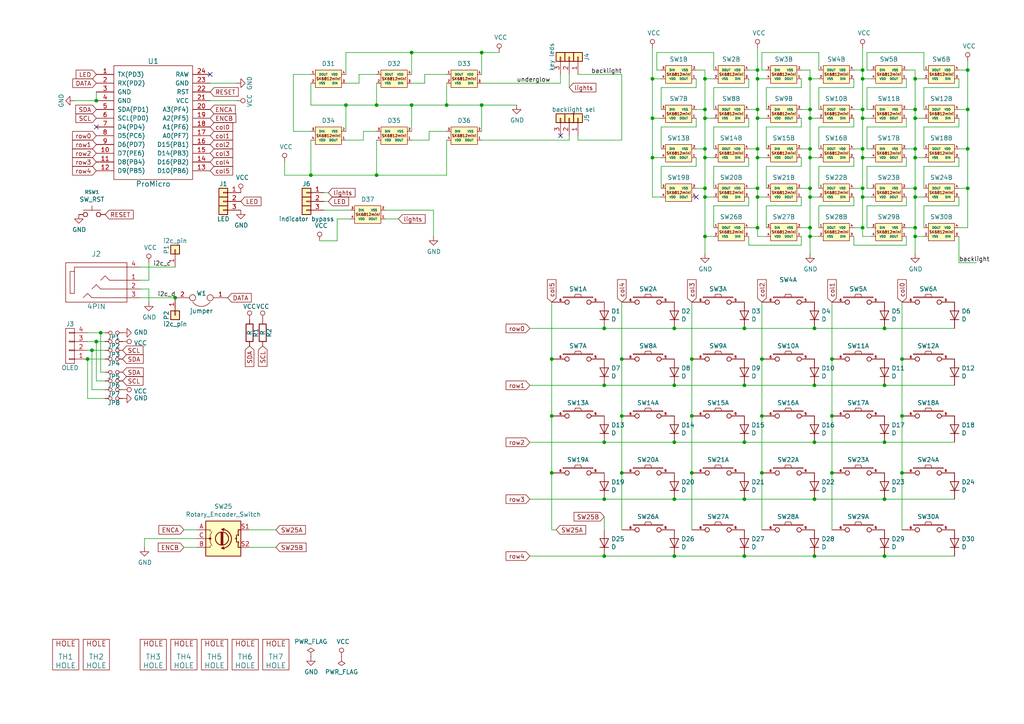
<source format=kicad_sch>
(kicad_sch (version 20211123) (generator eeschema)
  (paper "A4")
  (junction (at 195.58 161.29))
  (junction (at 27.94 99.06))
  (junction (at 236.22 144.78))
  (junction (at 215.9 128.27))
  (junction (at 261.62 104.14))
  (junction (at 236.22 111.76))
  (junction (at 119.38 30.48))
  (junction (at 234.95 31.75))
  (junction (at 175.26 128.27))
  (junction (at 204.47 31.75))
  (junction (at 109.22 30.48))
  (junction (at 175.26 95.25))
  (junction (at 160.02 137.16))
  (junction (at 215.9 95.25))
  (junction (at 195.58 128.27))
  (junction (at 261.62 120.65))
  (junction (at 215.9 161.29))
  (junction (at 100.33 30.48))
  (junction (at 219.71 43.18))
  (junction (at 256.54 128.27))
  (junction (at 204.47 45.72))
  (junction (at 265.43 43.18))
  (junction (at 236.22 161.29))
  (junction (at 234.95 68.58))
  (junction (at 219.71 31.75))
  (junction (at 204.47 43.18))
  (junction (at 234.95 57.15))
  (junction (at 189.23 34.29))
  (junction (at 234.95 22.86))
  (junction (at 27.94 29.21))
  (junction (at 200.66 137.16))
  (junction (at 250.19 45.72))
  (junction (at 180.34 137.16))
  (junction (at 234.95 43.18))
  (junction (at 175.26 161.29))
  (junction (at 160.02 104.14))
  (junction (at 26.67 101.6))
  (junction (at 256.54 161.29))
  (junction (at 265.43 34.29))
  (junction (at 220.98 137.16))
  (junction (at 265.43 54.61))
  (junction (at 241.3 104.14))
  (junction (at 250.19 22.86))
  (junction (at 219.71 54.61))
  (junction (at 219.71 57.15))
  (junction (at 204.47 22.86))
  (junction (at 241.3 137.16))
  (junction (at 204.47 57.15))
  (junction (at 241.3 120.65))
  (junction (at 265.43 45.72))
  (junction (at 180.34 104.14))
  (junction (at 175.26 144.78))
  (junction (at 280.67 54.61))
  (junction (at 195.58 144.78))
  (junction (at 160.02 120.65))
  (junction (at 265.43 22.86))
  (junction (at 280.67 31.75))
  (junction (at 280.67 20.32))
  (junction (at 189.23 45.72))
  (junction (at 139.7 30.48))
  (junction (at 265.43 57.15))
  (junction (at 195.58 111.76))
  (junction (at 236.22 95.25))
  (junction (at 234.95 34.29))
  (junction (at 250.19 31.75))
  (junction (at 219.71 20.32))
  (junction (at 109.22 50.8))
  (junction (at 250.19 54.61))
  (junction (at 250.19 57.15))
  (junction (at 265.43 66.04))
  (junction (at 90.17 50.8))
  (junction (at 200.66 120.65))
  (junction (at 139.7 15.24))
  (junction (at 219.71 34.29))
  (junction (at 250.19 66.04))
  (junction (at 204.47 68.58))
  (junction (at 256.54 111.76))
  (junction (at 219.71 45.72))
  (junction (at 234.95 66.04))
  (junction (at 25.4 104.14))
  (junction (at 234.95 45.72))
  (junction (at 215.9 144.78))
  (junction (at 200.66 104.14))
  (junction (at 215.9 111.76))
  (junction (at 261.62 137.16))
  (junction (at 265.43 68.58))
  (junction (at 195.58 95.25))
  (junction (at 220.98 104.14))
  (junction (at 250.19 34.29))
  (junction (at 280.67 43.18))
  (junction (at 265.43 31.75))
  (junction (at 29.21 96.52))
  (junction (at 204.47 54.61))
  (junction (at 256.54 95.25))
  (junction (at 129.54 30.48))
  (junction (at 236.22 128.27))
  (junction (at 175.26 111.76))
  (junction (at 250.19 20.32))
  (junction (at 256.54 144.78))
  (junction (at 180.34 120.65))
  (junction (at 189.23 22.86))
  (junction (at 234.95 54.61))
  (junction (at 220.98 120.65))
  (junction (at 250.19 43.18))
  (junction (at 219.71 66.04))
  (junction (at 50.8 86.36))
  (junction (at 204.47 34.29))
  (junction (at 119.38 15.24))
  (junction (at 219.71 22.86))
  (no_connect (at 201.93 57.15))
  (no_connect (at 60.96 21.59))
  (no_connect (at 162.56 39.37))
  (no_connect (at 27.94 36.83))
  (wire (pts (xy 262.89 22.86) (xy 262.89 25.4)))
  (wire (pts (xy 105.41 38.1) (xy 109.22 38.1)))
  (wire (pts (xy 278.13 25.4) (xy 278.13 22.86)))
  (wire (pts (xy 109.22 21.59) (xy 104.14 21.59)))
  (wire (pts (xy 232.41 31.75) (xy 234.95 31.75)))
  (wire (pts (xy 237.49 25.4) (xy 247.65 25.4)))
  (wire (pts (xy 250.19 22.86) (xy 250.19 20.32)))
  (wire (pts (xy 201.93 31.75) (xy 204.47 31.75)))
  (wire (pts (xy 220.98 137.16) (xy 220.98 153.67)))
  (wire (pts (xy 265.43 68.58) (xy 265.43 73.66)))
  (wire (pts (xy 256.54 161.29) (xy 276.86 161.29)))
  (wire (pts (xy 278.13 48.26) (xy 278.13 45.72)))
  (wire (pts (xy 251.46 15.24) (xy 251.46 20.32)))
  (wire (pts (xy 262.89 31.75) (xy 265.43 31.75)))
  (wire (pts (xy 85.09 21.59) (xy 85.09 38.1)))
  (wire (pts (xy 237.49 15.24) (xy 220.98 15.24)))
  (wire (pts (xy 217.17 48.26) (xy 217.17 45.72)))
  (wire (pts (xy 219.71 22.86) (xy 219.71 31.75)))
  (wire (pts (xy 195.58 128.27) (xy 215.9 128.27)))
  (wire (pts (xy 241.3 137.16) (xy 241.3 153.67)))
  (wire (pts (xy 180.34 137.16) (xy 180.34 153.67)))
  (wire (pts (xy 167.64 40.64) (xy 180.34 40.64)))
  (wire (pts (xy 90.17 40.64) (xy 90.17 50.8)))
  (wire (pts (xy 27.94 110.49) (xy 30.48 110.49)))
  (wire (pts (xy 160.02 104.14) (xy 160.02 120.65)))
  (wire (pts (xy 280.67 54.61) (xy 278.13 54.61)))
  (wire (pts (xy 204.47 45.72) (xy 204.47 43.18)))
  (wire (pts (xy 25.4 101.6) (xy 26.67 101.6)))
  (wire (pts (xy 262.89 45.72) (xy 262.89 48.26)))
  (wire (pts (xy 207.01 48.26) (xy 217.17 48.26)))
  (wire (pts (xy 167.64 39.37) (xy 167.64 40.64)))
  (wire (pts (xy 250.19 68.58) (xy 250.19 66.04)))
  (wire (pts (xy 236.22 128.27) (xy 256.54 128.27)))
  (wire (pts (xy 220.98 15.24) (xy 220.98 20.32)))
  (wire (pts (xy 222.25 45.72) (xy 219.71 45.72)))
  (wire (pts (xy 280.67 20.32) (xy 280.67 31.75)))
  (wire (pts (xy 195.58 111.76) (xy 215.9 111.76)))
  (wire (pts (xy 232.41 66.04) (xy 234.95 66.04)))
  (wire (pts (xy 217.17 54.61) (xy 219.71 54.61)))
  (wire (pts (xy 256.54 95.25) (xy 236.22 95.25)))
  (wire (pts (xy 175.26 161.29) (xy 195.58 161.29)))
  (wire (pts (xy 251.46 36.83) (xy 251.46 43.18)))
  (wire (pts (xy 250.19 20.32) (xy 250.19 13.97)))
  (wire (pts (xy 265.43 34.29) (xy 267.97 34.29)))
  (wire (pts (xy 204.47 73.66) (xy 204.47 68.58)))
  (wire (pts (xy 139.7 30.48) (xy 149.86 30.48)))
  (wire (pts (xy 241.3 87.63) (xy 241.3 104.14)))
  (wire (pts (xy 175.26 95.25) (xy 153.67 95.25)))
  (wire (pts (xy 262.89 43.18) (xy 265.43 43.18)))
  (wire (pts (xy 119.38 30.48) (xy 129.54 30.48)))
  (wire (pts (xy 124.46 38.1) (xy 129.54 38.1)))
  (wire (pts (xy 190.5 20.32) (xy 191.77 20.32)))
  (wire (pts (xy 217.17 66.04) (xy 219.71 66.04)))
  (wire (pts (xy 250.19 34.29) (xy 250.19 31.75)))
  (wire (pts (xy 237.49 45.72) (xy 234.95 45.72)))
  (wire (pts (xy 267.97 59.69) (xy 278.13 59.69)))
  (wire (pts (xy 262.89 34.29) (xy 262.89 36.83)))
  (wire (pts (xy 160.02 153.67) (xy 161.29 153.67)))
  (wire (pts (xy 207.01 43.18) (xy 207.01 36.83)))
  (wire (pts (xy 219.71 20.32) (xy 219.71 22.86)))
  (wire (pts (xy 204.47 22.86) (xy 207.01 22.86)))
  (wire (pts (xy 247.65 59.69) (xy 247.65 57.15)))
  (wire (pts (xy 207.01 15.24) (xy 190.5 15.24)))
  (wire (pts (xy 217.17 59.69) (xy 217.17 57.15)))
  (wire (pts (xy 119.38 30.48) (xy 119.38 38.1)))
  (wire (pts (xy 241.3 137.16) (xy 241.3 120.65)))
  (wire (pts (xy 95.25 58.42) (xy 93.98 58.42)))
  (wire (pts (xy 100.33 40.64) (xy 105.41 40.64)))
  (wire (pts (xy 232.41 59.69) (xy 222.25 59.69)))
  (wire (pts (xy 237.49 68.58) (xy 234.95 68.58)))
  (wire (pts (xy 40.64 86.36) (xy 50.8 86.36)))
  (wire (pts (xy 109.22 30.48) (xy 119.38 30.48)))
  (wire (pts (xy 237.49 22.86) (xy 234.95 22.86)))
  (wire (pts (xy 189.23 22.86) (xy 189.23 34.29)))
  (wire (pts (xy 25.4 115.57) (xy 30.48 115.57)))
  (wire (pts (xy 53.34 158.75) (xy 57.15 158.75)))
  (wire (pts (xy 217.17 43.18) (xy 219.71 43.18)))
  (wire (pts (xy 262.89 71.12) (xy 247.65 71.12)))
  (wire (pts (xy 222.25 59.69) (xy 222.25 66.04)))
  (wire (pts (xy 92.71 69.85) (xy 97.79 69.85)))
  (wire (pts (xy 265.43 20.32) (xy 265.43 22.86)))
  (wire (pts (xy 215.9 128.27) (xy 236.22 128.27)))
  (wire (pts (xy 104.14 21.59) (xy 104.14 24.13)))
  (wire (pts (xy 204.47 54.61) (xy 204.47 45.72)))
  (wire (pts (xy 237.49 57.15) (xy 234.95 57.15)))
  (wire (pts (xy 53.34 153.67) (xy 57.15 153.67)))
  (wire (pts (xy 207.01 66.04) (xy 207.01 59.69)))
  (wire (pts (xy 43.18 83.82) (xy 43.18 87.63)))
  (wire (pts (xy 250.19 43.18) (xy 250.19 34.29)))
  (wire (pts (xy 189.23 34.29) (xy 189.23 45.72)))
  (wire (pts (xy 25.4 96.52) (xy 29.21 96.52)))
  (wire (pts (xy 200.66 104.14) (xy 200.66 120.65)))
  (wire (pts (xy 191.77 45.72) (xy 189.23 45.72)))
  (wire (pts (xy 237.49 48.26) (xy 247.65 48.26)))
  (wire (pts (xy 237.49 54.61) (xy 237.49 48.26)))
  (wire (pts (xy 201.93 34.29) (xy 201.93 36.83)))
  (wire (pts (xy 217.17 71.12) (xy 217.17 68.58)))
  (wire (pts (xy 43.18 76.2) (xy 43.18 81.28)))
  (wire (pts (xy 123.19 21.59) (xy 123.19 24.13)))
  (wire (pts (xy 232.41 45.72) (xy 232.41 48.26)))
  (wire (pts (xy 219.71 68.58) (xy 222.25 68.58)))
  (wire (pts (xy 220.98 120.65) (xy 220.98 137.16)))
  (wire (pts (xy 195.58 161.29) (xy 215.9 161.29)))
  (wire (pts (xy 29.21 96.52) (xy 30.48 96.52)))
  (wire (pts (xy 278.13 36.83) (xy 278.13 34.29)))
  (wire (pts (xy 125.73 60.96) (xy 125.73 68.58)))
  (wire (pts (xy 251.46 66.04) (xy 252.73 66.04)))
  (wire (pts (xy 90.17 21.59) (xy 85.09 21.59)))
  (wire (pts (xy 189.23 45.72) (xy 189.23 57.15)))
  (wire (pts (xy 124.46 40.64) (xy 124.46 38.1)))
  (wire (pts (xy 191.77 25.4) (xy 191.77 31.75)))
  (wire (pts (xy 40.64 83.82) (xy 43.18 83.82)))
  (wire (pts (xy 215.9 161.29) (xy 236.22 161.29)))
  (wire (pts (xy 247.65 43.18) (xy 250.19 43.18)))
  (wire (pts (xy 109.22 50.8) (xy 129.54 50.8)))
  (wire (pts (xy 250.19 54.61) (xy 250.19 45.72)))
  (wire (pts (xy 204.47 22.86) (xy 204.47 31.75)))
  (wire (pts (xy 237.49 66.04) (xy 237.49 59.69)))
  (wire (pts (xy 180.34 87.63) (xy 180.34 104.14)))
  (wire (pts (xy 72.39 158.75) (xy 80.01 158.75)))
  (wire (pts (xy 139.7 24.13) (xy 162.56 24.13)))
  (wire (pts (xy 237.49 31.75) (xy 237.49 25.4)))
  (wire (pts (xy 256.54 111.76) (xy 276.86 111.76)))
  (wire (pts (xy 27.94 99.06) (xy 27.94 110.49)))
  (wire (pts (xy 27.94 99.06) (xy 30.48 99.06)))
  (wire (pts (xy 267.97 54.61) (xy 267.97 48.26)))
  (wire (pts (xy 265.43 57.15) (xy 265.43 66.04)))
  (wire (pts (xy 278.13 76.2) (xy 283.21 76.2)))
  (wire (pts (xy 232.41 48.26) (xy 222.25 48.26)))
  (wire (pts (xy 129.54 21.59) (xy 123.19 21.59)))
  (wire (pts (xy 261.62 120.65) (xy 261.62 137.16)))
  (wire (pts (xy 232.41 25.4) (xy 222.25 25.4)))
  (wire (pts (xy 29.21 96.52) (xy 29.21 107.95)))
  (wire (pts (xy 265.43 54.61) (xy 265.43 57.15)))
  (wire (pts (xy 234.95 31.75) (xy 234.95 34.29)))
  (wire (pts (xy 232.41 22.86) (xy 232.41 25.4)))
  (wire (pts (xy 280.67 66.04) (xy 278.13 66.04)))
  (wire (pts (xy 234.95 43.18) (xy 234.95 45.72)))
  (wire (pts (xy 256.54 144.78) (xy 276.86 144.78)))
  (wire (pts (xy 252.73 57.15) (xy 250.19 57.15)))
  (wire (pts (xy 200.66 137.16) (xy 200.66 153.67)))
  (wire (pts (xy 191.77 22.86) (xy 189.23 22.86)))
  (wire (pts (xy 219.71 34.29) (xy 219.71 43.18)))
  (wire (pts (xy 201.93 45.72) (xy 201.93 48.26)))
  (wire (pts (xy 153.67 161.29) (xy 175.26 161.29)))
  (wire (pts (xy 195.58 128.27) (xy 175.26 128.27)))
  (wire (pts (xy 204.47 68.58) (xy 204.47 57.15)))
  (wire (pts (xy 247.65 71.12) (xy 247.65 68.58)))
  (wire (pts (xy 220.98 20.32) (xy 222.25 20.32)))
  (wire (pts (xy 232.41 43.18) (xy 234.95 43.18)))
  (wire (pts (xy 280.67 43.18) (xy 278.13 43.18)))
  (wire (pts (xy 215.9 95.25) (xy 236.22 95.25)))
  (wire (pts (xy 278.13 20.32) (xy 280.67 20.32)))
  (wire (pts (xy 201.93 48.26) (xy 191.77 48.26)))
  (wire (pts (xy 105.41 40.64) (xy 105.41 38.1)))
  (wire (pts (xy 232.41 71.12) (xy 217.17 71.12)))
  (wire (pts (xy 175.26 111.76) (xy 153.67 111.76)))
  (wire (pts (xy 234.95 66.04) (xy 234.95 68.58)))
  (wire (pts (xy 189.23 13.97) (xy 189.23 22.86)))
  (wire (pts (xy 217.17 36.83) (xy 217.17 34.29)))
  (wire (pts (xy 267.97 43.18) (xy 267.97 36.83)))
  (wire (pts (xy 217.17 20.32) (xy 219.71 20.32)))
  (wire (pts (xy 247.65 54.61) (xy 250.19 54.61)))
  (wire (pts (xy 207.01 68.58) (xy 204.47 68.58)))
  (wire (pts (xy 175.26 144.78) (xy 153.67 144.78)))
  (wire (pts (xy 139.7 40.64) (xy 165.1 40.64)))
  (wire (pts (xy 262.89 20.32) (xy 265.43 20.32)))
  (wire (pts (xy 278.13 68.58) (xy 278.13 76.2)))
  (wire (pts (xy 232.41 36.83) (xy 222.25 36.83)))
  (wire (pts (xy 219.71 66.04) (xy 219.71 68.58)))
  (wire (pts (xy 129.54 30.48) (xy 129.54 24.13)))
  (wire (pts (xy 278.13 59.69) (xy 278.13 57.15)))
  (wire (pts (xy 251.46 31.75) (xy 252.73 31.75)))
  (wire (pts (xy 25.4 104.14) (xy 25.4 115.57)))
  (wire (pts (xy 100.33 30.48) (xy 90.17 30.48)))
  (wire (pts (xy 262.89 36.83) (xy 251.46 36.83)))
  (wire (pts (xy 101.6 60.96) (xy 93.98 60.96)))
  (wire (pts (xy 139.7 38.1) (xy 139.7 30.48)))
  (wire (pts (xy 162.56 21.59) (xy 162.56 24.13)))
  (wire (pts (xy 160.02 120.65) (xy 160.02 137.16)))
  (wire (pts (xy 175.26 149.86) (xy 175.26 153.67)))
  (wire (pts (xy 232.41 57.15) (xy 232.41 59.69)))
  (wire (pts (xy 201.93 54.61) (xy 204.47 54.61)))
  (wire (pts (xy 262.89 57.15) (xy 262.89 59.69)))
  (wire (pts (xy 119.38 15.24) (xy 100.33 15.24)))
  (wire (pts (xy 232.41 68.58) (xy 232.41 71.12)))
  (wire (pts (xy 90.17 50.8) (xy 82.55 50.8)))
  (wire (pts (xy 232.41 20.32) (xy 234.95 20.32)))
  (wire (pts (xy 201.93 20.32) (xy 204.47 20.32)))
  (wire (pts (xy 267.97 68.58) (xy 265.43 68.58)))
  (wire (pts (xy 234.95 20.32) (xy 234.95 22.86)))
  (wire (pts (xy 201.93 36.83) (xy 191.77 36.83)))
  (wire (pts (xy 195.58 144.78) (xy 175.26 144.78)))
  (wire (pts (xy 237.49 59.69) (xy 247.65 59.69)))
  (wire (pts (xy 237.49 34.29) (xy 234.95 34.29)))
  (wire (pts (xy 262.89 48.26) (xy 251.46 48.26)))
  (wire (pts (xy 144.78 15.24) (xy 139.7 15.24)))
  (wire (pts (xy 201.93 22.86) (xy 201.93 25.4)))
  (wire (pts (xy 265.43 31.75) (xy 265.43 34.29)))
  (wire (pts (xy 267.97 20.32) (xy 267.97 15.24)))
  (wire (pts (xy 204.47 43.18) (xy 204.47 34.29)))
  (wire (pts (xy 252.73 45.72) (xy 250.19 45.72)))
  (wire (pts (xy 236.22 144.78) (xy 256.54 144.78)))
  (wire (pts (xy 85.09 38.1) (xy 90.17 38.1)))
  (wire (pts (xy 27.94 29.21) (xy 21.59 29.21)))
  (wire (pts (xy 207.01 54.61) (xy 207.01 48.26)))
  (wire (pts (xy 247.65 20.32) (xy 250.19 20.32)))
  (wire (pts (xy 41.91 156.21) (xy 41.91 158.75)))
  (wire (pts (xy 129.54 40.64) (xy 129.54 50.8)))
  (wire (pts (xy 207.01 45.72) (xy 204.47 45.72)))
  (wire (pts (xy 191.77 36.83) (xy 191.77 43.18)))
  (wire (pts (xy 189.23 57.15) (xy 191.77 57.15)))
  (wire (pts (xy 252.73 34.29) (xy 250.19 34.29)))
  (wire (pts (xy 82.55 50.8) (xy 82.55 46.99)))
  (wire (pts (xy 236.22 161.29) (xy 256.54 161.29)))
  (wire (pts (xy 265.43 66.04) (xy 265.43 68.58)))
  (wire (pts (xy 72.39 153.67) (xy 80.01 153.67)))
  (wire (pts (xy 26.67 113.03) (xy 30.48 113.03)))
  (wire (pts (xy 267.97 66.04) (xy 267.97 59.69)))
  (wire (pts (xy 267.97 48.26) (xy 278.13 48.26)))
  (wire (pts (xy 90.17 50.8) (xy 109.22 50.8)))
  (wire (pts (xy 267.97 25.4) (xy 278.13 25.4)))
  (wire (pts (xy 180.34 40.64) (xy 180.34 21.59)))
  (wire (pts (xy 267.97 22.86) (xy 265.43 22.86)))
  (wire (pts (xy 195.58 111.76) (xy 175.26 111.76)))
  (wire (pts (xy 222.25 22.86) (xy 219.71 22.86)))
  (wire (pts (xy 261.62 137.16) (xy 261.62 153.67)))
  (wire (pts (xy 232.41 34.29) (xy 232.41 36.83)))
  (wire (pts (xy 261.62 104.14) (xy 261.62 87.63)))
  (wire (pts (xy 219.71 54.61) (xy 219.71 57.15)))
  (wire (pts (xy 200.66 87.63) (xy 200.66 104.14)))
  (wire (pts (xy 265.43 45.72) (xy 265.43 54.61)))
  (wire (pts (xy 104.14 24.13) (xy 100.33 24.13)))
  (wire (pts (xy 222.25 57.15) (xy 219.71 57.15)))
  (wire (pts (xy 222.25 36.83) (xy 222.25 43.18)))
  (wire (pts (xy 190.5 15.24) (xy 190.5 20.32)))
  (wire (pts (xy 220.98 104.14) (xy 220.98 120.65)))
  (wire (pts (xy 219.71 31.75) (xy 219.71 34.29)))
  (wire (pts (xy 219.71 43.18) (xy 219.71 45.72)))
  (wire (pts (xy 119.38 21.59) (xy 119.38 15.24)))
  (wire (pts (xy 195.58 95.25) (xy 215.9 95.25)))
  (wire (pts (xy 191.77 34.29) (xy 189.23 34.29)))
  (wire (pts (xy 267.97 31.75) (xy 267.97 25.4)))
  (wire (pts (xy 262.89 25.4) (xy 251.46 25.4)))
  (wire (pts (xy 247.65 48.26) (xy 247.65 45.72)))
  (wire (pts (xy 237.49 43.18) (xy 237.49 36.83)))
  (wire (pts (xy 207.01 59.69) (xy 217.17 59.69)))
  (wire (pts (xy 207.01 57.15) (xy 204.47 57.15)))
  (wire (pts (xy 236.22 111.76) (xy 256.54 111.76)))
  (wire (pts (xy 160.02 87.63) (xy 160.02 104.14)))
  (wire (pts (xy 247.65 25.4) (xy 247.65 22.86)))
  (wire (pts (xy 60.96 24.13) (xy 68.58 24.13)))
  (wire (pts (xy 280.67 31.75) (xy 280.67 43.18)))
  (wire (pts (xy 30.48 104.14) (xy 25.4 104.14)))
  (wire (pts (xy 207.01 20.32) (xy 207.01 15.24)))
  (wire (pts (xy 237.49 20.32) (xy 237.49 15.24)))
  (wire (pts (xy 234.95 34.29) (xy 234.95 43.18)))
  (wire (pts (xy 267.97 15.24) (xy 251.46 15.24)))
  (wire (pts (xy 215.9 144.78) (xy 236.22 144.78)))
  (wire (pts (xy 262.89 54.61) (xy 265.43 54.61)))
  (wire (pts (xy 195.58 144.78) (xy 215.9 144.78)))
  (wire (pts (xy 267.97 57.15) (xy 265.43 57.15)))
  (wire (pts (xy 200.66 120.65) (xy 200.66 137.16)))
  (wire (pts (xy 207.01 31.75) (xy 207.01 25.4)))
  (wire (pts (xy 97.79 63.5) (xy 97.79 69.85)))
  (wire (pts (xy 25.4 99.06) (xy 27.94 99.06)))
  (wire (pts (xy 204.47 34.29) (xy 204.47 31.75)))
  (wire (pts (xy 280.67 43.18) (xy 280.67 54.61)))
  (wire (pts (xy 204.47 57.15) (xy 204.47 54.61)))
  (wire (pts (xy 222.25 34.29) (xy 219.71 34.29)))
  (wire (pts (xy 247.65 31.75) (xy 250.19 31.75)))
  (wire (pts (xy 250.19 45.72) (xy 250.19 43.18)))
  (wire (pts (xy 234.95 68.58) (xy 234.95 73.66)))
  (wire (pts (xy 251.46 43.18) (xy 252.73 43.18)))
  (wire (pts (xy 101.6 63.5) (xy 97.79 63.5)))
  (wire (pts (xy 251.46 20.32) (xy 252.73 20.32)))
  (wire (pts (xy 111.76 63.5) (xy 115.57 63.5)))
  (wire (pts (xy 167.64 21.59) (xy 180.34 21.59)))
  (wire (pts (xy 90.17 30.48) (xy 90.17 24.13)))
  (wire (pts (xy 252.73 68.58) (xy 250.19 68.58)))
  (wire (pts (xy 219.71 13.97) (xy 219.71 20.32)))
  (wire (pts (xy 204.47 20.32) (xy 204.47 22.86)))
  (wire (pts (xy 191.77 48.26) (xy 191.77 54.61)))
  (wire (pts (xy 139.7 15.24) (xy 119.38 15.24)))
  (wire (pts (xy 220.98 87.63) (xy 220.98 104.14)))
  (wire (pts (xy 201.93 43.18) (xy 204.47 43.18)))
  (wire (pts (xy 207.01 36.83) (xy 217.17 36.83)))
  (wire (pts (xy 26.67 101.6) (xy 26.67 113.03)))
  (wire (pts (xy 250.19 66.04) (xy 250.19 57.15)))
  (wire (pts (xy 180.34 120.65) (xy 180.34 137.16)))
  (wire (pts (xy 215.9 111.76) (xy 236.22 111.76)))
  (wire (pts (xy 250.19 31.75) (xy 250.19 22.86)))
  (wire (pts (xy 247.65 66.04) (xy 250.19 66.04)))
  (wire (pts (xy 232.41 54.61) (xy 234.95 54.61)))
  (wire (pts (xy 123.19 24.13) (xy 119.38 24.13)))
  (wire (pts (xy 251.46 25.4) (xy 251.46 31.75)))
  (wire (pts (xy 160.02 137.16) (xy 160.02 153.67)))
  (wire (pts (xy 234.95 22.86) (xy 234.95 31.75)))
  (wire (pts (xy 256.54 128.27) (xy 276.86 128.27)))
  (wire (pts (xy 26.67 101.6) (xy 30.48 101.6)))
  (wire (pts (xy 262.89 66.04) (xy 265.43 66.04)))
  (wire (pts (xy 251.46 48.26) (xy 251.46 54.61)))
  (wire (pts (xy 250.19 57.15) (xy 250.19 54.61)))
  (wire (pts (xy 219.71 45.72) (xy 219.71 54.61)))
  (wire (pts (xy 251.46 59.69) (xy 251.46 66.04)))
  (wire (pts (xy 195.58 95.25) (xy 175.26 95.25)))
  (wire (pts (xy 219.71 57.15) (xy 219.71 66.04)))
  (wire (pts (xy 93.98 55.88) (xy 95.25 55.88)))
  (wire (pts (xy 201.93 25.4) (xy 191.77 25.4)))
  (wire (pts (xy 234.95 57.15) (xy 234.95 66.04)))
  (wire (pts (xy 251.46 54.61) (xy 252.73 54.61)))
  (wire (pts (xy 261.62 120.65) (xy 261.62 104.14)))
  (wire (pts (xy 40.64 77.47) (xy 50.8 77.47)))
  (wire (pts (xy 241.3 104.14) (xy 241.3 120.65)))
  (wire (pts (xy 265.43 22.86) (xy 265.43 31.75)))
  (wire (pts (xy 43.18 81.28) (xy 40.64 81.28)))
  (wire (pts (xy 234.95 54.61) (xy 234.95 57.15)))
  (wire (pts (xy 180.34 104.14) (xy 180.34 120.65)))
  (wire (pts (xy 57.15 156.21) (xy 41.91 156.21)))
  (wire (pts (xy 60.96 29.21) (xy 68.58 29.21)))
  (wire (pts (xy 119.38 40.64) (xy 124.46 40.64)))
  (wire (pts (xy 100.33 30.48) (xy 109.22 30.48)))
  (wire (pts (xy 265.43 34.29) (xy 265.43 43.18)))
  (wire (pts (xy 256.54 95.25) (xy 276.86 95.25)))
  (wire (pts (xy 280.67 20.32) (xy 280.67 17.78)))
  (wire (pts (xy 175.26 128.27) (xy 153.67 128.27)))
  (wire (pts (xy 111.76 60.96) (xy 125.73 60.96)))
  (wire (pts (xy 27.94 26.67) (xy 27.94 29.21)))
  (wire (pts (xy 267.97 36.83) (xy 278.13 36.83)))
  (wire (pts (xy 217.17 31.75) (xy 219.71 31.75)))
  (wire (pts (xy 222.25 25.4) (xy 222.25 31.75)))
  (wire (pts (xy 247.65 36.83) (xy 247.65 34.29)))
  (wire (pts (xy 237.49 36.83) (xy 247.65 36.83)))
  (wire (pts (xy 280.67 31.75) (xy 278.13 31.75)))
  (wire (pts (xy 222.25 48.26) (xy 222.25 54.61)))
  (wire (pts (xy 217.17 25.4) (xy 217.17 22.86)))
  (wire (pts (xy 109.22 30.48) (xy 109.22 24.13)))
  (wire (pts (xy 265.43 43.18) (xy 265.43 45.72)))
  (wire (pts (xy 29.21 107.95) (xy 30.48 107.95)))
  (wire (pts (xy 109.22 40.64) (xy 109.22 50.8)))
  (wire (pts (xy 207.01 34.29) (xy 204.47 34.29)))
  (wire (pts (xy 280.67 54.61) (xy 280.67 66.04)))
  (wire (pts (xy 267.97 45.72) (xy 265.43 45.72)))
  (wire (pts (xy 165.1 25.4) (xy 165.1 21.59)))
  (wire (pts (xy 129.54 30.48) (xy 139.7 30.48)))
  (wire (pts (xy 262.89 68.58) (xy 262.89 71.12)))
  (wire (pts (xy 234.95 45.72) (xy 234.95 54.61)))
  (wire (pts (xy 262.89 59.69) (xy 251.46 59.69)))
  (wire (pts (xy 139.7 21.59) (xy 139.7 15.24)))
  (wire (pts (xy 100.33 38.1) (xy 100.33 30.48)))
  (wire (pts (xy 165.1 40.64) (xy 165.1 39.37)))
  (wire (pts (xy 207.01 25.4) (xy 217.17 25.4)))
  (wire (pts (xy 100.33 15.24) (xy 100.33 21.59)))
  (wire (pts (xy 252.73 22.86) (xy 250.19 22.86)))
  (label "underglow" (at 149.86 24.13 0))
  (label "i2c_d" (at 45.72 86.36 0))
  (label "i2c_c" (at 44.45 77.47 0))
  (label "backlight" (at 171.45 21.59 0))
  (label "backlight" (at 278.13 76.2 0))
  (global_label "col1" (shape input) (at 241.3 87.63 90) (property "Intersheet References" "${INTERSHEET_REFS}" (effects hide)))
  (global_label "col2" (shape input) (at 220.98 87.63 90) (property "Intersheet References" "${INTERSHEET_REFS}" (effects hide)))
  (global_label "SDA" (shape input) (at 35.56 104.14 0) (property "Intersheet References" "${INTERSHEET_REFS}" (effects hide)))
  (global_label "row0" (shape input) (at 153.67 95.25 180) (property "Intersheet References" "${INTERSHEET_REFS}" (effects hide)))
  (global_label "ENCA" (shape input) (at 60.96 31.75 0) (property "Intersheet References" "${INTERSHEET_REFS}" (effects hide)))
  (global_label "lights" (shape input) (at 115.57 63.5 0) (property "Intersheet References" "${INTERSHEET_REFS}" (effects hide)))
  (global_label "row3" (shape input) (at 153.67 144.78 180) (property "Intersheet References" "${INTERSHEET_REFS}" (effects hide)))
  (global_label "SCL" (shape input) (at 76.2 100.33 270) (property "Intersheet References" "${INTERSHEET_REFS}" (effects hide)))
  (global_label "RESET" (shape input) (at 30.48 62.23 0) (property "Intersheet References" "${INTERSHEET_REFS}" (effects hide)))
  (global_label "lights" (shape input) (at 165.1 25.4 0) (property "Intersheet References" "${INTERSHEET_REFS}" (effects hide)))
  (global_label "ENCB" (shape input) (at 53.34 158.75 180) (property "Intersheet References" "${INTERSHEET_REFS}" (effects hide)))
  (global_label "row1" (shape input) (at 27.94 41.91 180) (property "Intersheet References" "${INTERSHEET_REFS}" (effects hide)))
  (global_label "SW25B" (shape input) (at 80.01 158.75 0) (property "Intersheet References" "${INTERSHEET_REFS}" (effects hide)))
  (global_label "SCL" (shape input) (at 35.56 101.6 0) (property "Intersheet References" "${INTERSHEET_REFS}" (effects hide)))
  (global_label "row3" (shape input) (at 27.94 46.99 180) (property "Intersheet References" "${INTERSHEET_REFS}" (effects hide)))
  (global_label "col1" (shape input) (at 60.96 39.37 0) (property "Intersheet References" "${INTERSHEET_REFS}" (effects hide)))
  (global_label "SDA" (shape input) (at 72.39 100.33 270) (property "Intersheet References" "${INTERSHEET_REFS}" (effects hide)))
  (global_label "row0" (shape input) (at 27.94 39.37 180) (property "Intersheet References" "${INTERSHEET_REFS}" (effects hide)))
  (global_label "row2" (shape input) (at 153.67 128.27 180) (property "Intersheet References" "${INTERSHEET_REFS}" (effects hide)))
  (global_label "lights" (shape input) (at 95.25 55.88 0) (property "Intersheet References" "${INTERSHEET_REFS}" (effects hide)))
  (global_label "col0" (shape input) (at 60.96 36.83 0) (property "Intersheet References" "${INTERSHEET_REFS}" (effects hide)))
  (global_label "row4" (shape input) (at 153.67 161.29 180) (property "Intersheet References" "${INTERSHEET_REFS}" (effects hide)))
  (global_label "RESET" (shape input) (at 60.96 26.67 0) (property "Intersheet References" "${INTERSHEET_REFS}" (effects hide)))
  (global_label "row1" (shape input) (at 153.67 111.76 180) (property "Intersheet References" "${INTERSHEET_REFS}" (effects hide)))
  (global_label "SDA" (shape input) (at 27.94 31.75 180) (property "Intersheet References" "${INTERSHEET_REFS}" (effects hide)))
  (global_label "SCL" (shape input) (at 35.56 110.49 0) (property "Intersheet References" "${INTERSHEET_REFS}" (effects hide)))
  (global_label "col2" (shape input) (at 60.96 41.91 0) (property "Intersheet References" "${INTERSHEET_REFS}" (effects hide)))
  (global_label "SW25B" (shape input) (at 175.26 149.86 180) (property "Intersheet References" "${INTERSHEET_REFS}" (effects hide)))
  (global_label "col4" (shape input) (at 60.96 46.99 0) (property "Intersheet References" "${INTERSHEET_REFS}" (effects hide)))
  (global_label "col4" (shape input) (at 180.34 87.63 90) (property "Intersheet References" "${INTERSHEET_REFS}" (effects hide)))
  (global_label "LED" (shape input) (at 27.94 21.59 180) (property "Intersheet References" "${INTERSHEET_REFS}" (effects hide)))
  (global_label "SW25A" (shape input) (at 161.29 153.67 0) (property "Intersheet References" "${INTERSHEET_REFS}" (effects hide)))
  (global_label "SDA" (shape input) (at 35.56 107.95 0) (property "Intersheet References" "${INTERSHEET_REFS}" (effects hide)))
  (global_label "row2" (shape input) (at 27.94 44.45 180) (property "Intersheet References" "${INTERSHEET_REFS}" (effects hide)))
  (global_label "col3" (shape input) (at 60.96 44.45 0) (property "Intersheet References" "${INTERSHEET_REFS}" (effects hide)))
  (global_label "DATA" (shape input) (at 66.04 86.36 0) (property "Intersheet References" "${INTERSHEET_REFS}" (effects hide)))
  (global_label "col0" (shape input) (at 261.62 87.63 90) (property "Intersheet References" "${INTERSHEET_REFS}" (effects hide)))
  (global_label "col5" (shape input) (at 160.02 87.63 90) (property "Intersheet References" "${INTERSHEET_REFS}" (effects hide)))
  (global_label "DATA" (shape input) (at 27.94 24.13 180) (property "Intersheet References" "${INTERSHEET_REFS}" (effects hide)))
  (global_label "ENCB" (shape input) (at 60.96 34.29 0) (property "Intersheet References" "${INTERSHEET_REFS}" (effects hide)))
  (global_label "SCL" (shape input) (at 27.94 34.29 180) (property "Intersheet References" "${INTERSHEET_REFS}" (effects hide)))
  (global_label "col5" (shape input) (at 60.96 49.53 0) (property "Intersheet References" "${INTERSHEET_REFS}" (effects hide)))
  (global_label "SW25A" (shape input) (at 80.01 153.67 0) (property "Intersheet References" "${INTERSHEET_REFS}" (effects hide)))
  (global_label "col3" (shape input) (at 200.66 87.63 90) (property "Intersheet References" "${INTERSHEET_REFS}" (effects hide)))
  (global_label "LED" (shape input) (at 95.25 58.42 0) (property "Intersheet References" "${INTERSHEET_REFS}" (effects hide)))
  (global_label "row4" (shape input) (at 27.94 49.53 180) (property "Intersheet References" "${INTERSHEET_REFS}" (effects hide)))
  (global_label "LED" (shape input) (at 69.85 58.42 0) (property "Intersheet References" "${INTERSHEET_REFS}" (effects hide)))
  (global_label "ENCA" (shape input) (at 53.34 153.67 180) (property "Intersheet References" "${INTERSHEET_REFS}" (effects hide)))
  (symbol (lib_id "SofleKeyboard-rescue:ProMicro_2-Lily58-cache-Lily58_Pro-rescue") (at 44.45 35.56 0) (unit 1)
    (property "Reference" "U1" (at 44.45 17.78 0) (effects (font (size 1.524 1.524))))
    (property "Value" "ProMicro" (at 44.45 53.34 0) (effects (font (size 1.524 1.524))))
    (property "Footprint" "SofleKeyboard-footprint:ProMicro" (effects hide))
  )
  (symbol (lib_id "SofleKeyboard:SW_PUSH-MX_W_LED") (at 187.96 153.67 0) (unit 1)
    (property "Reference" "SW26" (at 187.96 149.86 0))
    (property "Value" "SW_PUSH-MX_W_LED" (effects hide))
    (property "Footprint" "Button_Switch_Keyboard:SK6812MINI_and_cherry" (effects hide))
  )
  (symbol (lib_id "SofleKeyboard:SW_PUSH-MX_W_LED") (at 167.64 87.63 0) (unit 1)
    (property "Reference" "SW1" (at 167.64 83.82 0))
    (property "Value" "SW_PUSH-MX_W_LED" (effects hide))
    (property "Footprint" "Button_Switch_Keyboard:SK6812MINI_and_cherry" (effects hide))
  )
  (symbol (lib_id "SofleKeyboard-rescue:D-Lily58-cache-Lily58_Pro-rescue") (at 175.26 91.44 90) (unit 1)
    (property "Reference" "D1" (at 177.2666 90.2716 90) (effects (justify right)))
    (property "Value" "D" (at 177.2666 92.583 90) (effects (justify right)))
    (property "Footprint" "Diode_SMD:crkbd-diode" (effects hide))
  )
  (symbol (lib_id "SofleKeyboard:SW_PUSH-MX_W_LED") (at 187.96 87.63 0) (unit 1)
    (property "Reference" "SW2" (at 187.96 83.82 0))
    (property "Value" "SW_PUSH-MX_W_LED" (effects hide))
    (property "Footprint" "Button_Switch_Keyboard:SK6812MINI_and_cherry" (effects hide))
  )
  (symbol (lib_id "SofleKeyboard-rescue:D-Lily58-cache-Lily58_Pro-rescue") (at 195.58 91.44 90) (unit 1)
    (property "Reference" "D2" (at 197.5866 90.2716 90) (effects (justify right)))
    (property "Value" "D" (at 197.5866 92.583 90) (effects (justify right)))
    (property "Footprint" "Diode_SMD:crkbd-diode" (effects hide))
  )
  (symbol (lib_id "SofleKeyboard:SW_PUSH-MX_W_LED") (at 208.28 87.63 0) (unit 1)
    (property "Reference" "SW3" (at 208.28 83.82 0))
    (property "Value" "SW_PUSH-MX_W_LED" (effects hide))
    (property "Footprint" "Button_Switch_Keyboard:SK6812MINI_and_cherry" (effects hide))
  )
  (symbol (lib_id "SofleKeyboard-rescue:D-Lily58-cache-Lily58_Pro-rescue") (at 215.9 91.44 90) (unit 1)
    (property "Reference" "D3" (at 217.9066 90.2716 90) (effects (justify right)))
    (property "Value" "D" (at 217.9066 92.583 90) (effects (justify right)))
    (property "Footprint" "Diode_SMD:crkbd-diode" (effects hide))
  )
  (symbol (lib_id "SofleKeyboard:SW_PUSH-MX_W_LED") (at 228.6 87.63 0) (unit 1)
    (property "Reference" "SW4" (at 228.6 81.153 0))
    (property "Value" "SW_PUSH-MX_W_LED" (effects hide))
    (property "Footprint" "Button_Switch_Keyboard:SK6812MINI_and_cherry" (effects hide))
  )
  (symbol (lib_id "SofleKeyboard-rescue:D-Lily58-cache-Lily58_Pro-rescue") (at 236.22 91.44 90) (unit 1)
    (property "Reference" "D4" (at 238.2266 90.2716 90) (effects (justify right)))
    (property "Value" "D" (at 238.2266 92.583 90) (effects (justify right)))
    (property "Footprint" "Diode_SMD:crkbd-diode" (effects hide))
  )
  (symbol (lib_id "SofleKeyboard:SW_PUSH-MX_W_LED") (at 248.92 87.63 0) (unit 1)
    (property "Reference" "SW5" (at 248.92 83.82 0))
    (property "Value" "SW_PUSH-MX_W_LED" (effects hide))
    (property "Footprint" "Button_Switch_Keyboard:SK6812MINI_and_cherry" (effects hide))
  )
  (symbol (lib_id "SofleKeyboard-rescue:D-Lily58-cache-Lily58_Pro-rescue") (at 256.54 91.44 90) (unit 1)
    (property "Reference" "D5" (at 258.5466 90.2716 90) (effects (justify right)))
    (property "Value" "D" (at 258.5466 92.583 90) (effects (justify right)))
    (property "Footprint" "Diode_SMD:crkbd-diode" (effects hide))
  )
  (symbol (lib_id "SofleKeyboard:SW_PUSH-MX_W_LED") (at 269.24 87.63 0) (unit 1)
    (property "Reference" "SW6" (at 269.24 83.82 0))
    (property "Value" "SW_PUSH-MX_W_LED" (effects hide))
    (property "Footprint" "Button_Switch_Keyboard:SK6812MINI_and_cherry" (effects hide))
  )
  (symbol (lib_id "SofleKeyboard-rescue:D-Lily58-cache-Lily58_Pro-rescue") (at 276.86 91.44 90) (unit 1)
    (property "Reference" "D6" (at 278.8666 90.2716 90) (effects (justify right)))
    (property "Value" "D" (at 278.8666 92.583 90) (effects (justify right)))
    (property "Footprint" "Diode_SMD:crkbd-diode" (effects hide))
  )
  (symbol (lib_id "SofleKeyboard:SW_PUSH-MX_W_LED") (at 187.96 104.14 0) (unit 1)
    (property "Reference" "SW8" (at 187.96 100.33 0))
    (property "Value" "SW_PUSH-MX_W_LED" (effects hide))
    (property "Footprint" "Button_Switch_Keyboard:SK6812MINI_and_cherry" (effects hide))
  )
  (symbol (lib_id "SofleKeyboard:SW_PUSH-MX_W_LED") (at 208.28 104.14 0) (unit 1)
    (property "Reference" "SW9" (at 208.28 100.33 0))
    (property "Value" "SW_PUSH-MX_W_LED" (effects hide))
    (property "Footprint" "Button_Switch_Keyboard:SK6812MINI_and_cherry" (effects hide))
  )
  (symbol (lib_id "SofleKeyboard:SW_PUSH-MX_W_LED") (at 228.6 104.14 0) (unit 1)
    (property "Reference" "SW10" (at 228.6 100.33 0))
    (property "Value" "SW_PUSH-MX_W_LED" (effects hide))
    (property "Footprint" "Button_Switch_Keyboard:SK6812MINI_and_cherry" (effects hide))
  )
  (symbol (lib_id "SofleKeyboard:SW_PUSH-MX_W_LED") (at 248.92 104.14 0) (unit 1)
    (property "Reference" "SW11" (at 248.92 100.33 0))
    (property "Value" "SW_PUSH-MX_W_LED" (effects hide))
    (property "Footprint" "Button_Switch_Keyboard:SK6812MINI_and_cherry" (effects hide))
  )
  (symbol (lib_id "SofleKeyboard:SW_PUSH-MX_W_LED") (at 269.24 104.14 0) (unit 1)
    (property "Reference" "SW12" (at 269.24 100.33 0))
    (property "Value" "SW_PUSH-MX_W_LED" (effects hide))
    (property "Footprint" "Button_Switch_Keyboard:SK6812MINI_and_cherry" (effects hide))
  )
  (symbol (lib_id "SofleKeyboard:SW_PUSH-MX_W_LED") (at 167.64 104.14 0) (unit 1)
    (property "Reference" "SW7" (at 167.64 100.33 0))
    (property "Value" "SW_PUSH-MX_W_LED" (effects hide))
    (property "Footprint" "Button_Switch_Keyboard:SK6812MINI_and_cherry" (effects hide))
  )
  (symbol (lib_id "SofleKeyboard-rescue:D-Lily58-cache-Lily58_Pro-rescue") (at 175.26 107.95 90) (unit 1)
    (property "Reference" "D7" (at 177.2666 106.7816 90) (effects (justify right)))
    (property "Value" "D" (at 177.2666 109.093 90) (effects (justify right)))
    (property "Footprint" "Diode_SMD:crkbd-diode" (effects hide))
  )
  (symbol (lib_id "SofleKeyboard-rescue:D-Lily58-cache-Lily58_Pro-rescue") (at 195.58 107.95 90) (unit 1)
    (property "Reference" "D8" (at 197.5866 106.7816 90) (effects (justify right)))
    (property "Value" "D" (at 197.5866 109.093 90) (effects (justify right)))
    (property "Footprint" "Diode_SMD:crkbd-diode" (effects hide))
  )
  (symbol (lib_id "SofleKeyboard-rescue:D-Lily58-cache-Lily58_Pro-rescue") (at 215.9 107.95 90) (unit 1)
    (property "Reference" "D9" (at 217.9066 106.7816 90) (effects (justify right)))
    (property "Value" "D" (at 217.9066 109.093 90) (effects (justify right)))
    (property "Footprint" "Diode_SMD:crkbd-diode" (effects hide))
  )
  (symbol (lib_id "SofleKeyboard-rescue:D-Lily58-cache-Lily58_Pro-rescue") (at 236.22 107.95 90) (unit 1)
    (property "Reference" "D10" (at 238.2266 106.7816 90) (effects (justify right)))
    (property "Value" "D" (at 238.2266 109.093 90) (effects (justify right)))
    (property "Footprint" "Diode_SMD:crkbd-diode" (effects hide))
  )
  (symbol (lib_id "SofleKeyboard-rescue:D-Lily58-cache-Lily58_Pro-rescue") (at 256.54 107.95 90) (unit 1)
    (property "Reference" "D11" (at 258.5466 106.7816 90) (effects (justify right)))
    (property "Value" "D" (at 258.5466 109.093 90) (effects (justify right)))
    (property "Footprint" "Diode_SMD:crkbd-diode" (effects hide))
  )
  (symbol (lib_id "SofleKeyboard-rescue:D-Lily58-cache-Lily58_Pro-rescue") (at 276.86 107.95 90) (unit 1)
    (property "Reference" "D12" (at 278.8666 106.7816 90) (effects (justify right)))
    (property "Value" "D" (at 278.8666 109.093 90) (effects (justify right)))
    (property "Footprint" "Diode_SMD:crkbd-diode" (effects hide))
  )
  (symbol (lib_id "SofleKeyboard:SW_PUSH-MX_W_LED") (at 167.64 120.65 0) (unit 1)
    (property "Reference" "SW13" (at 167.64 116.84 0))
    (property "Value" "SW_PUSH-MX_W_LED" (effects hide))
    (property "Footprint" "Button_Switch_Keyboard:SK6812MINI_and_cherry" (effects hide))
  )
  (symbol (lib_id "SofleKeyboard:SW_PUSH-MX_W_LED") (at 187.96 120.65 0) (unit 1)
    (property "Reference" "SW14" (at 187.96 116.84 0))
    (property "Value" "SW_PUSH-MX_W_LED" (effects hide))
    (property "Footprint" "Button_Switch_Keyboard:SK6812MINI_and_cherry" (effects hide))
  )
  (symbol (lib_id "SofleKeyboard:SW_PUSH-MX_W_LED") (at 208.28 120.65 0) (unit 1)
    (property "Reference" "SW15" (at 208.28 116.84 0))
    (property "Value" "SW_PUSH-MX_W_LED" (effects hide))
    (property "Footprint" "Button_Switch_Keyboard:SK6812MINI_and_cherry" (effects hide))
  )
  (symbol (lib_id "SofleKeyboard:SW_PUSH-MX_W_LED") (at 228.6 120.65 0) (unit 1)
    (property "Reference" "SW16" (at 228.6 116.84 0))
    (property "Value" "SW_PUSH-MX_W_LED" (effects hide))
    (property "Footprint" "Button_Switch_Keyboard:SK6812MINI_and_cherry" (effects hide))
  )
  (symbol (lib_id "SofleKeyboard:SW_PUSH-MX_W_LED") (at 248.92 120.65 0) (unit 1)
    (property "Reference" "SW17" (at 248.92 116.84 0))
    (property "Value" "SW_PUSH-MX_W_LED" (effects hide))
    (property "Footprint" "Button_Switch_Keyboard:SK6812MINI_and_cherry" (effects hide))
  )
  (symbol (lib_id "SofleKeyboard:SW_PUSH-MX_W_LED") (at 269.24 120.65 0) (unit 1)
    (property "Reference" "SW18" (at 269.24 116.84 0))
    (property "Value" "SW_PUSH-MX_W_LED" (effects hide))
    (property "Footprint" "Button_Switch_Keyboard:SK6812MINI_and_cherry" (effects hide))
  )
  (symbol (lib_id "SofleKeyboard-rescue:D-Lily58-cache-Lily58_Pro-rescue") (at 175.26 124.46 90) (unit 1)
    (property "Reference" "D13" (at 177.2666 123.2916 90) (effects (justify right)))
    (property "Value" "D" (at 177.2666 125.603 90) (effects (justify right)))
    (property "Footprint" "Diode_SMD:crkbd-diode" (effects hide))
  )
  (symbol (lib_id "SofleKeyboard-rescue:D-Lily58-cache-Lily58_Pro-rescue") (at 195.58 124.46 90) (unit 1)
    (property "Reference" "D14" (at 197.5866 123.2916 90) (effects (justify right)))
    (property "Value" "D" (at 197.5866 125.603 90) (effects (justify right)))
    (property "Footprint" "Diode_SMD:crkbd-diode" (effects hide))
  )
  (symbol (lib_id "SofleKeyboard-rescue:D-Lily58-cache-Lily58_Pro-rescue") (at 215.9 124.46 90) (unit 1)
    (property "Reference" "D15" (at 217.9066 123.2916 90) (effects (justify right)))
    (property "Value" "D" (at 217.9066 125.603 90) (effects (justify right)))
    (property "Footprint" "Diode_SMD:crkbd-diode" (effects hide))
  )
  (symbol (lib_id "SofleKeyboard-rescue:D-Lily58-cache-Lily58_Pro-rescue") (at 236.22 124.46 90) (unit 1)
    (property "Reference" "D16" (at 238.2266 123.2916 90) (effects (justify right)))
    (property "Value" "D" (at 238.2266 125.603 90) (effects (justify right)))
    (property "Footprint" "Diode_SMD:crkbd-diode" (effects hide))
  )
  (symbol (lib_id "SofleKeyboard-rescue:D-Lily58-cache-Lily58_Pro-rescue") (at 256.54 124.46 90) (unit 1)
    (property "Reference" "D17" (at 258.5466 123.2916 90) (effects (justify right)))
    (property "Value" "D" (at 258.5466 125.603 90) (effects (justify right)))
    (property "Footprint" "Diode_SMD:crkbd-diode" (effects hide))
  )
  (symbol (lib_id "SofleKeyboard-rescue:D-Lily58-cache-Lily58_Pro-rescue") (at 276.86 124.46 90) (unit 1)
    (property "Reference" "D18" (at 278.8666 123.2916 90) (effects (justify right)))
    (property "Value" "D" (at 278.8666 125.603 90) (effects (justify right)))
    (property "Footprint" "Diode_SMD:crkbd-diode" (effects hide))
  )
  (symbol (lib_id "SofleKeyboard:SW_PUSH-MX_W_LED") (at 208.28 137.16 0) (unit 1)
    (property "Reference" "SW21" (at 208.28 133.35 0))
    (property "Value" "SW_PUSH-MX_W_LED" (effects hide))
    (property "Footprint" "Button_Switch_Keyboard:SK6812MINI_and_cherry" (effects hide))
  )
  (symbol (lib_id "SofleKeyboard:SW_PUSH-MX_W_LED") (at 228.6 137.16 0) (unit 1)
    (property "Reference" "SW22" (at 228.6 133.35 0))
    (property "Value" "SW_PUSH-MX_W_LED" (effects hide))
    (property "Footprint" "Button_Switch_Keyboard:SK6812MINI_and_cherry" (effects hide))
  )
  (symbol (lib_id "SofleKeyboard:SW_PUSH-MX_W_LED") (at 248.92 137.16 0) (unit 1)
    (property "Reference" "SW23" (at 248.92 133.35 0))
    (property "Value" "SW_PUSH-MX_W_LED" (effects hide))
    (property "Footprint" "Button_Switch_Keyboard:SK6812MINI_and_cherry" (effects hide))
  )
  (symbol (lib_id "SofleKeyboard:SW_PUSH-MX_W_LED") (at 269.24 137.16 0) (unit 1)
    (property "Reference" "SW24" (at 269.24 133.35 0))
    (property "Value" "SW_PUSH-MX_W_LED" (effects hide))
    (property "Footprint" "Button_Switch_Keyboard:SK6812MINI_and_cherry" (effects hide))
  )
  (symbol (lib_id "SofleKeyboard:SW_PUSH-MX_W_LED") (at 187.96 137.16 0) (unit 1)
    (property "Reference" "SW20" (at 187.96 133.35 0))
    (property "Value" "SW_PUSH-MX_W_LED" (effects hide))
    (property "Footprint" "Button_Switch_Keyboard:SK6812MINI_and_cherry" (effects hide))
  )
  (symbol (lib_id "SofleKeyboard:SW_PUSH-MX_W_LED") (at 167.64 137.16 0) (unit 1)
    (property "Reference" "SW19" (at 167.64 133.35 0))
    (property "Value" "SW_PUSH-MX_W_LED" (effects hide))
    (property "Footprint" "Button_Switch_Keyboard:SK6812MINI_and_cherry" (effects hide))
  )
  (symbol (lib_id "SofleKeyboard-rescue:D-Lily58-cache-Lily58_Pro-rescue") (at 175.26 140.97 90) (unit 1)
    (property "Reference" "D19" (at 177.2666 139.8016 90) (effects (justify right)))
    (property "Value" "D" (at 177.2666 142.113 90) (effects (justify right)))
    (property "Footprint" "Diode_SMD:crkbd-diode" (effects hide))
  )
  (symbol (lib_id "SofleKeyboard-rescue:D-Lily58-cache-Lily58_Pro-rescue") (at 195.58 140.97 90) (unit 1)
    (property "Reference" "D20" (at 197.5866 139.8016 90) (effects (justify right)))
    (property "Value" "D" (at 197.5866 142.113 90) (effects (justify right)))
    (property "Footprint" "Diode_SMD:crkbd-diode" (effects hide))
  )
  (symbol (lib_id "SofleKeyboard-rescue:D-Lily58-cache-Lily58_Pro-rescue") (at 215.9 140.97 90) (unit 1)
    (property "Reference" "D21" (at 217.9066 139.8016 90) (effects (justify right)))
    (property "Value" "D" (at 217.9066 142.113 90) (effects (justify right)))
    (property "Footprint" "Diode_SMD:crkbd-diode" (effects hide))
  )
  (symbol (lib_id "SofleKeyboard-rescue:D-Lily58-cache-Lily58_Pro-rescue") (at 236.22 140.97 90) (unit 1)
    (property "Reference" "D22" (at 238.2266 139.8016 90) (effects (justify right)))
    (property "Value" "D" (at 238.2266 142.113 90) (effects (justify right)))
    (property "Footprint" "Diode_SMD:crkbd-diode" (effects hide))
  )
  (symbol (lib_id "SofleKeyboard-rescue:D-Lily58-cache-Lily58_Pro-rescue") (at 256.54 140.97 90) (unit 1)
    (property "Reference" "D23" (at 258.5466 139.8016 90) (effects (justify right)))
    (property "Value" "D" (at 258.5466 142.113 90) (effects (justify right)))
    (property "Footprint" "Diode_SMD:crkbd-diode" (effects hide))
  )
  (symbol (lib_id "SofleKeyboard-rescue:D-Lily58-cache-Lily58_Pro-rescue") (at 276.86 140.97 90) (unit 1)
    (property "Reference" "D24" (at 278.8666 139.8016 90) (effects (justify right)))
    (property "Value" "D" (at 278.8666 142.113 90) (effects (justify right)))
    (property "Footprint" "Diode_SMD:crkbd-diode" (effects hide))
  )
  (symbol (lib_id "SofleKeyboard:SW_PUSH-MX_W_LED") (at 208.28 153.67 0) (unit 1)
    (property "Reference" "SW27" (at 208.28 149.86 0))
    (property "Value" "SW_PUSH-MX_W_LED" (effects hide))
    (property "Footprint" "Button_Switch_Keyboard:SK6812MINI_and_cherry" (effects hide))
  )
  (symbol (lib_id "SofleKeyboard:SW_PUSH-MX_W_LED") (at 228.6 153.67 0) (unit 1)
    (property "Reference" "SW28" (at 228.6 149.86 0))
    (property "Value" "SW_PUSH-MX_W_LED" (effects hide))
    (property "Footprint" "Button_Switch_Keyboard:SK6812MINI_and_cherry" (effects hide))
  )
  (symbol (lib_id "SofleKeyboard:SW_PUSH-MX_W_LED") (at 248.92 153.67 0) (unit 1)
    (property "Reference" "SW29" (at 248.92 149.86 0))
    (property "Value" "SW_PUSH-MX_W_LED" (effects hide))
    (property "Footprint" "Button_Switch_Keyboard:SK6812MINI_and_cherry" (effects hide))
  )
  (symbol (lib_id "SofleKeyboard-rescue:D-Lily58-cache-Lily58_Pro-rescue") (at 175.26 157.48 90) (unit 1)
    (property "Reference" "D25" (at 177.2666 156.3116 90) (effects (justify right)))
    (property "Value" "D" (at 177.2666 158.623 90) (effects (justify right)))
    (property "Footprint" "Diode_SMD:crkbd-diode" (effects hide))
  )
  (symbol (lib_id "SofleKeyboard-rescue:D-Lily58-cache-Lily58_Pro-rescue") (at 195.58 157.48 90) (unit 1)
    (property "Reference" "D26" (at 197.5866 156.3116 90) (effects (justify right)))
    (property "Value" "D" (at 197.5866 158.623 90) (effects (justify right)))
    (property "Footprint" "Diode_SMD:crkbd-diode" (effects hide))
  )
  (symbol (lib_id "SofleKeyboard-rescue:D-Lily58-cache-Lily58_Pro-rescue") (at 215.9 157.48 90) (unit 1)
    (property "Reference" "D27" (at 217.9066 156.3116 90) (effects (justify right)))
    (property "Value" "D" (at 217.9066 158.623 90) (effects (justify right)))
    (property "Footprint" "Diode_SMD:crkbd-diode" (effects hide))
  )
  (symbol (lib_id "SofleKeyboard-rescue:D-Lily58-cache-Lily58_Pro-rescue") (at 236.22 157.48 90) (unit 1)
    (property "Reference" "D28" (at 238.2266 156.3116 90) (effects (justify right)))
    (property "Value" "D" (at 238.2266 158.623 90) (effects (justify right)))
    (property "Footprint" "Diode_SMD:crkbd-diode" (effects hide))
  )
  (symbol (lib_id "SofleKeyboard-rescue:D-Lily58-cache-Lily58_Pro-rescue") (at 256.54 157.48 90) (unit 1)
    (property "Reference" "D29" (at 258.5466 156.3116 90) (effects (justify right)))
    (property "Value" "D" (at 258.5466 158.623 90) (effects (justify right)))
    (property "Footprint" "Diode_SMD:crkbd-diode" (effects hide))
  )
  (symbol (lib_id "SofleKeyboard-rescue:VCC-Lily58-cache-Lily58_Pro-rescue") (at 68.58 29.21 270) (unit 1)
    (property "Reference" "#PWR04" (effects hide))
    (property "Value" "VCC" (at 72.39 29.21 0))
  )
  (symbol (lib_id "SofleKeyboard-rescue:VCC-Lily58-cache-Lily58_Pro-rescue") (at 72.39 92.71 0) (unit 1)
    (property "Reference" "#PWR05" (effects hide))
    (property "Value" "VCC" (at 72.39 88.9 0))
  )
  (symbol (lib_id "SofleKeyboard-rescue:VCC-Lily58-cache-Lily58_Pro-rescue") (at 76.2 92.71 0) (unit 1)
    (property "Reference" "#PWR06" (effects hide))
    (property "Value" "VCC" (at 76.2 88.9 0))
  )
  (symbol (lib_id "SofleKeyboard-rescue:R-Lily58-cache-Lily58_Pro-rescue") (at 72.39 96.52 0) (unit 1)
    (property "Reference" "R1" (at 74.93 96.52 90) (effects (justify bottom)))
    (property "Value" "R" (at 72.39 96.52 90))
    (property "Footprint" "SofleKeyboard-footprint:RESISTOR_mini" (effects hide))
  )
  (symbol (lib_id "SofleKeyboard-rescue:R-Lily58-cache-Lily58_Pro-rescue") (at 76.2 96.52 0) (unit 1)
    (property "Reference" "R2" (at 78.74 96.52 90) (effects (justify bottom)))
    (property "Value" "R" (at 76.2 96.52 90))
    (property "Footprint" "SofleKeyboard-footprint:RESISTOR_mini" (effects hide))
  )
  (symbol (lib_id "SofleKeyboard-rescue:MJ-4PP-9-Lily58-cache-Lily58_Pro-rescue") (at 29.21 81.28 0) (unit 1)
    (property "Reference" "J2" (at 27.94 73.66 0) (effects (font (size 1.524 1.524))))
    (property "Value" "4PIN" (at 27.94 88.9 0) (effects (font (size 1.524 1.524))))
    (property "Footprint" "SofleKeyboard-footprint:MJ-4PP-9" (effects hide))
  )
  (symbol (lib_id "SofleKeyboard-rescue:LED-Lily58-cache-Lily58_Pro-rescue") (at 64.77 58.42 0) (unit 1)
    (property "Reference" "J1" (at 64.77 53.34 0))
    (property "Value" "LED" (at 64.77 63.5 0))
    (property "Footprint" "SofleKeyboard-footprint:LED" (effects hide))
  )
  (symbol (lib_id "SofleKeyboard-rescue:VCC-Lily58-cache-Lily58_Pro-rescue") (at 69.85 55.88 0) (unit 1)
    (property "Reference" "#PWR07" (effects hide))
    (property "Value" "VCC" (at 70.2818 51.4858 0))
  )
  (symbol (lib_id "SofleKeyboard-rescue:GND-Lily58-cache-Lily58_Pro-rescue") (at 69.85 60.96 0) (unit 1)
    (property "Reference" "#PWR08" (effects hide))
    (property "Value" "GND" (at 69.977 65.3542 0))
  )
  (symbol (lib_id "SofleKeyboard-rescue:GND-Lily58-cache-Lily58_Pro-rescue") (at 22.86 62.23 0) (unit 1)
    (property "Reference" "#PWR010" (effects hide))
    (property "Value" "GND" (at 22.987 66.6242 0))
  )
  (symbol (lib_id "SofleKeyboard-rescue:PWR_FLAG-Lily58-cache-Lily58_Pro-rescue") (at 90.17 190.5 0) (unit 1)
    (property "Reference" "#FLG01" (effects hide))
    (property "Value" "PWR_FLAG" (at 90.17 186.0804 0))
  )
  (symbol (lib_id "SofleKeyboard-rescue:GND-Lily58-cache-Lily58_Pro-rescue") (at 90.17 190.5 0) (unit 1)
    (property "Reference" "#PWR012" (effects hide))
    (property "Value" "GND" (at 90.297 194.8942 0))
  )
  (symbol (lib_id "SofleKeyboard-rescue:VCC-Lily58-cache-Lily58_Pro-rescue") (at 99.06 190.5 0) (unit 1)
    (property "Reference" "#PWR013" (effects hide))
    (property "Value" "VCC" (at 99.4918 186.1058 0))
  )
  (symbol (lib_id "SofleKeyboard-rescue:PWR_FLAG-Lily58-cache-Lily58_Pro-rescue") (at 99.06 190.5 180) (unit 1)
    (property "Reference" "#FLG02" (effects hide))
    (property "Value" "PWR_FLAG" (at 99.06 194.8942 0))
  )
  (symbol (lib_id "SofleKeyboard-rescue:HOLE-Lily58-cache-Lily58_Pro-rescue") (at 19.05 190.5 0) (unit 1)
    (property "Reference" "TH1" (at 19.05 190.5 0) (effects (font (size 1.524 1.524))))
    (property "Value" "HOLE" (at 19.05 193.04 0) (effects (font (size 1.524 1.524))))
    (property "Footprint" "SofleKeyboard-footprint:M2_HOLE_PCB" (effects hide))
  )
  (symbol (lib_id "SofleKeyboard-rescue:HOLE-Lily58-cache-Lily58_Pro-rescue") (at 27.94 190.5 0) (unit 1)
    (property "Reference" "TH2" (at 27.94 190.5 0) (effects (font (size 1.524 1.524))))
    (property "Value" "HOLE" (at 27.94 193.04 0) (effects (font (size 1.524 1.524))))
    (property "Footprint" "SofleKeyboard-footprint:M2_HOLE_PCB" (effects hide))
  )
  (symbol (lib_id "SofleKeyboard-rescue:HOLE-Lily58-cache-Lily58_Pro-rescue") (at 53.34 190.5 0) (unit 1)
    (property "Reference" "TH4" (at 53.34 190.5 0) (effects (font (size 1.524 1.524))))
    (property "Value" "HOLE" (at 53.34 193.04 0) (effects (font (size 1.524 1.524))))
    (property "Footprint" "SofleKeyboard-footprint:HOLE_M2_TH" (effects hide))
  )
  (symbol (lib_id "SofleKeyboard-rescue:HOLE-Lily58-cache-Lily58_Pro-rescue") (at 62.23 190.5 0) (unit 1)
    (property "Reference" "TH5" (at 62.23 190.5 0) (effects (font (size 1.524 1.524))))
    (property "Value" "HOLE" (at 62.23 193.04 0) (effects (font (size 1.524 1.524))))
    (property "Footprint" "SofleKeyboard-footprint:HOLE_M2_TH" (effects hide))
  )
  (symbol (lib_id "SofleKeyboard-rescue:HOLE-Lily58-cache-Lily58_Pro-rescue") (at 71.12 190.5 0) (unit 1)
    (property "Reference" "TH6" (at 71.12 190.5 0) (effects (font (size 1.524 1.524))))
    (property "Value" "HOLE" (at 71.12 193.04 0) (effects (font (size 1.524 1.524))))
    (property "Footprint" "SofleKeyboard-footprint:HOLE_M2_TH" (effects hide))
  )
  (symbol (lib_id "SofleKeyboard-rescue:HOLE-Lily58-cache-Lily58_Pro-rescue") (at 80.01 190.5 0) (unit 1)
    (property "Reference" "TH7" (at 80.01 190.5 0) (effects (font (size 1.524 1.524))))
    (property "Value" "HOLE" (at 80.01 193.04 0) (effects (font (size 1.524 1.524))))
    (property "Footprint" "SofleKeyboard-footprint:HOLE_M2_TH" (effects hide))
  )
  (symbol (lib_id "SofleKeyboard-rescue:HOLE-Lily58-cache-Lily58_Pro-rescue") (at 44.45 190.5 0) (unit 1)
    (property "Reference" "TH3" (at 44.45 190.5 0) (effects (font (size 1.524 1.524))))
    (property "Value" "HOLE" (at 44.45 193.04 0) (effects (font (size 1.524 1.524))))
    (property "Footprint" "SofleKeyboard-footprint:HOLE_M2_TH" (effects hide))
  )
  (symbol (lib_id "SofleKeyboard-rescue:GND-Lily58-cache-Lily58_Pro-rescue") (at 68.58 24.13 90) (unit 1)
    (property "Reference" "#PWR0101" (effects hide))
    (property "Value" "GND" (at 72.39 24.13 0))
  )
  (symbol (lib_id "SofleKeyboard-rescue:GND-Lily58-cache-Lily58_Pro-rescue") (at 21.59 29.21 270) (unit 1)
    (property "Reference" "#PWR0102" (effects hide))
    (property "Value" "GND" (at 17.78 29.21 0))
  )
  (symbol (lib_id "SofleKeyboard-rescue:SW_RST-Lily58-cache-Lily58_Pro-rescue") (at 26.67 62.23 0) (unit 1)
    (property "Reference" "RSW1" (at 26.67 55.7276 0) (effects (font (size 1.016 1.016))))
    (property "Value" "SW_RST" (at 26.67 57.8358 0))
    (property "Footprint" "SofleKeyboard-footprint:TACT_SWITCH_TVBP06" (effects hide))
  )
  (symbol (lib_id "SofleKeyboard-rescue:GND-power") (at 43.18 87.63 0) (unit 1)
    (property "Reference" "#PWR02" (effects hide))
    (property "Value" "GND" (at 43.307 92.0242 0))
  )
  (symbol (lib_id "SofleKeyboard-rescue:VCC-power") (at 43.18 76.2 0) (unit 1)
    (property "Reference" "#PWR01" (effects hide))
    (property "Value" "VCC" (at 43.6118 71.8058 0))
  )
  (symbol (lib_id "SofleKeyboard-rescue:i2c_pin-Lily58-cache-Lily58_Pro-rescue") (at 50.8 72.39 90) (unit 1)
    (property "Reference" "P1" (at 48.26 72.39 0))
    (property "Value" "i2c_pin" (at 50.8 69.85 90))
    (property "Footprint" "SofleKeyboard-footprint:1pin_conn" (effects hide))
  )
  (symbol (lib_id "SofleKeyboard-rescue:i2c_pin-Lily58-cache-Lily58_Pro-rescue") (at 50.8 91.44 270) (unit 1)
    (property "Reference" "P2" (at 48.26 91.44 0))
    (property "Value" "i2c_pin" (at 50.8 93.98 90))
    (property "Footprint" "SofleKeyboard-footprint:1pin_conn" (effects hide))
  )
  (symbol (lib_id "SofleKeyboard-rescue:Jumper-Device") (at 58.42 86.36 180) (unit 1)
    (property "Reference" "W1" (at 58.42 85.09 0))
    (property "Value" "jumper" (at 58.42 90.17 0))
    (property "Footprint" "SofleKeyboard-footprint:jumper_data" (effects hide))
  )
  (symbol (lib_id "SofleKeyboard-rescue:OLED-Lily58-cache-Lily58_Pro-rescue") (at 20.32 100.33 180) (unit 1)
    (property "Reference" "J3" (at 20.32 93.98 0))
    (property "Value" "OLED" (at 20.32 106.68 0))
    (property "Footprint" "SofleKeyboard-footprint:OLED_4Pin" (effects hide))
  )
  (symbol (lib_id "SofleKeyboard-rescue:Jumper_NO_Small-Device") (at 33.02 96.52 0) (unit 1)
    (property "Reference" "JP1" (at 33.02 97.79 0))
    (property "Value" "Jumper_NO_Small" (effects hide))
    (property "Footprint" "SofleKeyboard-footprint:Jumper" (effects hide))
  )
  (symbol (lib_id "SofleKeyboard-rescue:Jumper_NO_Small-Device") (at 33.02 99.06 0) (unit 1)
    (property "Reference" "JP2" (at 33.02 100.33 0))
    (property "Value" "Jumper_NO_Small" (effects hide))
    (property "Footprint" "SofleKeyboard-footprint:Jumper" (effects hide))
  )
  (symbol (lib_id "SofleKeyboard-rescue:Jumper_NO_Small-Device") (at 33.02 101.6 0) (unit 1)
    (property "Reference" "JP3" (at 33.02 102.87 0))
    (property "Value" "Jumper_NO_Small" (effects hide))
    (property "Footprint" "SofleKeyboard-footprint:Jumper" (effects hide))
  )
  (symbol (lib_id "SofleKeyboard-rescue:Jumper_NO_Small-Device") (at 33.02 104.14 0) (unit 1)
    (property "Reference" "JP4" (at 33.02 105.41 0))
    (property "Value" "Jumper_NO_Small" (effects hide))
    (property "Footprint" "SofleKeyboard-footprint:Jumper" (effects hide))
  )
  (symbol (lib_id "SofleKeyboard-rescue:Jumper_NO_Small-Device") (at 33.02 107.95 0) (unit 1)
    (property "Reference" "JP5" (at 33.02 109.22 0))
    (property "Value" "Jumper_NO_Small" (effects hide))
    (property "Footprint" "SofleKeyboard-footprint:Jumper" (effects hide))
  )
  (symbol (lib_id "SofleKeyboard-rescue:Jumper_NO_Small-Device") (at 33.02 110.49 0) (unit 1)
    (property "Reference" "JP6" (at 33.02 111.76 0))
    (property "Value" "Jumper_NO_Small" (effects hide))
    (property "Footprint" "SofleKeyboard-footprint:Jumper" (effects hide))
  )
  (symbol (lib_id "SofleKeyboard-rescue:Jumper_NO_Small-Device") (at 33.02 113.03 0) (unit 1)
    (property "Reference" "JP7" (at 33.02 114.3 0))
    (property "Value" "Jumper_NO_Small" (effects hide))
    (property "Footprint" "SofleKeyboard-footprint:Jumper" (effects hide))
  )
  (symbol (lib_id "SofleKeyboard-rescue:Jumper_NO_Small-Device") (at 33.02 115.57 0) (unit 1)
    (property "Reference" "JP8" (at 33.02 116.84 0))
    (property "Value" "Jumper_NO_Small" (effects hide))
    (property "Footprint" "SofleKeyboard-footprint:Jumper" (effects hide))
  )
  (symbol (lib_id "SofleKeyboard-rescue:GND-power") (at 35.56 96.52 90) (unit 1)
    (property "Reference" "#PWR03" (effects hide))
    (property "Value" "GND" (at 38.8112 96.393 90) (effects (justify right)))
  )
  (symbol (lib_id "SofleKeyboard-rescue:VCC-power") (at 35.56 99.06 270) (unit 1)
    (property "Reference" "#PWR09" (effects hide))
    (property "Value" "VCC" (at 38.8112 99.4918 90) (effects (justify left)))
  )
  (symbol (lib_id "SofleKeyboard-rescue:GND-power") (at 35.56 115.57 90) (unit 1)
    (property "Reference" "#PWR014" (effects hide))
    (property "Value" "GND" (at 38.8112 115.443 90) (effects (justify right)))
  )
  (symbol (lib_id "SofleKeyboard-rescue:VCC-power") (at 35.56 113.03 270) (unit 1)
    (property "Reference" "#PWR011" (effects hide))
    (property "Value" "VCC" (at 38.8112 113.4618 90) (effects (justify left)))
  )
  (symbol (lib_id "SofleKeyboard:SW_PUSH-MX_W_LED") (at 269.24 153.67 0) (unit 1)
    (property "Reference" "SW30" (at 269.24 149.86 0))
    (property "Value" "SW_PUSH-MX_W_LED" (effects hide))
    (property "Footprint" "Button_Switch_Keyboard:SK6812MINI_and_cherry" (effects hide))
  )
  (symbol (lib_id "SofleKeyboard-rescue:D-Lily58-cache-Lily58_Pro-rescue") (at 276.86 157.48 90) (unit 1)
    (property "Reference" "D30" (at 278.8666 156.3116 90) (effects (justify right)))
    (property "Value" "D" (at 278.8666 158.623 90) (effects (justify right)))
    (property "Footprint" "Diode_SMD:crkbd-diode" (effects hide))
  )
  (symbol (lib_id "SofleKeyboard-rescue:Rotary_Encoder_Switch-Device") (at 64.77 156.21 0) (unit 1)
    (property "Reference" "SW25" (at 64.77 146.8882 0))
    (property "Value" "Rotary_Encoder_Switch" (at 64.77 149.1996 0))
    (property "Footprint" "SofleKeyboard-footprint:RotaryEncoder_Alps_EC11E-Switch_Vertical_H20mm-keebio_modified" (effects hide))
  )
  (symbol (lib_id "SofleKeyboard-rescue:GND-power") (at 41.91 158.75 0) (unit 1)
    (property "Reference" "#PWR0103" (effects hide))
    (property "Value" "GND" (at 42.037 163.1442 0))
  )
  (symbol (lib_id "SofleKeyboard:SW_PUSH-MX_W_LED") (at 196.85 21.59 180) (unit 2)
    (property "Reference" "SW1" (at 196.85 17.1958 0))
    (property "Value" "SW_PUSH-MX_W_LED" (effects hide))
    (property "Footprint" "Button_Switch_Keyboard:SK6812MINI_and_cherry" (effects hide))
  )
  (symbol (lib_id "SofleKeyboard:SW_PUSH-MX_W_LED") (at 212.09 21.59 0) (unit 2)
    (property "Reference" "SW2" (at 212.09 17.1958 0))
    (property "Value" "SW_PUSH-MX_W_LED" (effects hide))
    (property "Footprint" "Button_Switch_Keyboard:SK6812MINI_and_cherry" (effects hide))
  )
  (symbol (lib_id "SofleKeyboard:SW_PUSH-MX_W_LED") (at 227.33 21.59 180) (unit 2)
    (property "Reference" "SW3" (at 227.33 17.1958 0))
    (property "Value" "SW_PUSH-MX_W_LED" (effects hide))
    (property "Footprint" "Button_Switch_Keyboard:SK6812MINI_and_cherry" (effects hide))
  )
  (symbol (lib_id "SofleKeyboard:SW_PUSH-MX_W_LED") (at 242.57 21.59 0) (unit 2)
    (property "Reference" "SW4" (at 242.57 17.1958 0))
    (property "Value" "SW_PUSH-MX_W_LED" (effects hide))
    (property "Footprint" "Button_Switch_Keyboard:SK6812MINI_and_cherry" (effects hide))
  )
  (symbol (lib_id "SofleKeyboard:SW_PUSH-MX_W_LED") (at 257.81 21.59 180) (unit 2)
    (property "Reference" "SW5" (at 257.81 17.1958 0))
    (property "Value" "SW_PUSH-MX_W_LED" (effects hide))
    (property "Footprint" "Button_Switch_Keyboard:SK6812MINI_and_cherry" (effects hide))
  )
  (symbol (lib_id "SofleKeyboard:SW_PUSH-MX_W_LED") (at 273.05 21.59 0) (unit 2)
    (property "Reference" "SW6" (at 273.05 17.1958 0))
    (property "Value" "SW_PUSH-MX_W_LED" (effects hide))
    (property "Footprint" "Button_Switch_Keyboard:SK6812MINI_and_cherry" (effects hide))
  )
  (symbol (lib_id "SofleKeyboard:SW_PUSH-MX_W_LED") (at 196.85 33.02 180) (unit 2)
    (property "Reference" "SW7" (at 196.85 28.6258 0))
    (property "Value" "SW_PUSH-MX_W_LED" (effects hide))
    (property "Footprint" "Button_Switch_Keyboard:SK6812MINI_and_cherry" (effects hide))
  )
  (symbol (lib_id "SofleKeyboard:SW_PUSH-MX_W_LED") (at 212.09 33.02 0) (unit 2)
    (property "Reference" "SW8" (at 212.09 28.6258 0))
    (property "Value" "SW_PUSH-MX_W_LED" (effects hide))
    (property "Footprint" "Button_Switch_Keyboard:SK6812MINI_and_cherry" (effects hide))
  )
  (symbol (lib_id "SofleKeyboard:SW_PUSH-MX_W_LED") (at 227.33 33.02 180) (unit 2)
    (property "Reference" "SW9" (at 227.33 28.6258 0))
    (property "Value" "SW_PUSH-MX_W_LED" (effects hide))
    (property "Footprint" "Button_Switch_Keyboard:SK6812MINI_and_cherry" (effects hide))
  )
  (symbol (lib_id "SofleKeyboard:SW_PUSH-MX_W_LED") (at 242.57 33.02 0) (unit 2)
    (property "Reference" "SW10" (at 242.57 28.6258 0))
    (property "Value" "SW_PUSH-MX_W_LED" (effects hide))
    (property "Footprint" "Button_Switch_Keyboard:SK6812MINI_and_cherry" (effects hide))
  )
  (symbol (lib_id "SofleKeyboard:SW_PUSH-MX_W_LED") (at 257.81 33.02 180) (unit 2)
    (property "Reference" "SW11" (at 257.81 28.6258 0))
    (property "Value" "SW_PUSH-MX_W_LED" (effects hide))
    (property "Footprint" "Button_Switch_Keyboard:SK6812MINI_and_cherry" (effects hide))
  )
  (symbol (lib_id "SofleKeyboard:SW_PUSH-MX_W_LED") (at 273.05 33.02 0) (unit 2)
    (property "Reference" "SW12" (at 273.05 28.6258 0))
    (property "Value" "SW_PUSH-MX_W_LED" (effects hide))
    (property "Footprint" "Button_Switch_Keyboard:SK6812MINI_and_cherry" (effects hide))
  )
  (symbol (lib_id "SofleKeyboard:SW_PUSH-MX_W_LED") (at 273.05 55.88 0) (unit 2)
    (property "Reference" "SW24" (at 273.05 51.4858 0))
    (property "Value" "SW_PUSH-MX_W_LED" (effects hide))
    (property "Footprint" "Button_Switch_Keyboard:SK6812MINI_and_cherry" (effects hide))
  )
  (symbol (lib_id "SofleKeyboard:SW_PUSH-MX_W_LED") (at 257.81 55.88 180) (unit 2)
    (property "Reference" "SW23" (at 257.81 51.4858 0))
    (property "Value" "SW_PUSH-MX_W_LED" (effects hide))
    (property "Footprint" "Button_Switch_Keyboard:SK6812MINI_and_cherry" (effects hide))
  )
  (symbol (lib_id "SofleKeyboard:SW_PUSH-MX_W_LED") (at 242.57 55.88 0) (unit 2)
    (property "Reference" "SW22" (at 242.57 51.4858 0))
    (property "Value" "SW_PUSH-MX_W_LED" (effects hide))
    (property "Footprint" "Button_Switch_Keyboard:SK6812MINI_and_cherry" (effects hide))
  )
  (symbol (lib_id "SofleKeyboard:SW_PUSH-MX_W_LED") (at 227.33 55.88 180) (unit 2)
    (property "Reference" "SW21" (at 227.33 51.4858 0))
    (property "Value" "SW_PUSH-MX_W_LED" (effects hide))
    (property "Footprint" "Button_Switch_Keyboard:SK6812MINI_and_cherry" (effects hide))
  )
  (symbol (lib_id "SofleKeyboard:SW_PUSH-MX_W_LED") (at 212.09 55.88 0) (unit 2)
    (property "Reference" "SW20" (at 212.09 51.4858 0))
    (property "Value" "SW_PUSH-MX_W_LED" (effects hide))
    (property "Footprint" "Button_Switch_Keyboard:SK6812MINI_and_cherry" (effects hide))
  )
  (symbol (lib_id "SofleKeyboard:SW_PUSH-MX_W_LED") (at 196.85 55.88 180) (unit 2)
    (property "Reference" "SW19" (at 196.85 51.4858 0))
    (property "Value" "SW_PUSH-MX_W_LED" (effects hide))
    (property "Footprint" "Button_Switch_Keyboard:SK6812MINI_and_cherry" (effects hide))
  )
  (symbol (lib_id "SofleKeyboard:SW_PUSH-MX_W_LED") (at 273.05 44.45 0) (unit 2)
    (property "Reference" "SW18" (at 273.05 40.0558 0))
    (property "Value" "SW_PUSH-MX_W_LED" (effects hide))
    (property "Footprint" "Button_Switch_Keyboard:SK6812MINI_and_cherry" (effects hide))
  )
  (symbol (lib_id "SofleKeyboard:SW_PUSH-MX_W_LED") (at 257.81 44.45 180) (unit 2)
    (property "Reference" "SW17" (at 257.81 40.0558 0))
    (property "Value" "SW_PUSH-MX_W_LED" (effects hide))
    (property "Footprint" "Button_Switch_Keyboard:SK6812MINI_and_cherry" (effects hide))
  )
  (symbol (lib_id "SofleKeyboard:SW_PUSH-MX_W_LED") (at 242.57 44.45 0) (unit 2)
    (property "Reference" "SW16" (at 242.57 40.0558 0))
    (property "Value" "SW_PUSH-MX_W_LED" (effects hide))
    (property "Footprint" "Button_Switch_Keyboard:SK6812MINI_and_cherry" (effects hide))
  )
  (symbol (lib_id "SofleKeyboard:SW_PUSH-MX_W_LED") (at 227.33 44.45 180) (unit 2)
    (property "Reference" "SW15" (at 227.33 40.0558 0))
    (property "Value" "SW_PUSH-MX_W_LED" (effects hide))
    (property "Footprint" "Button_Switch_Keyboard:SK6812MINI_and_cherry" (effects hide))
  )
  (symbol (lib_id "SofleKeyboard:SW_PUSH-MX_W_LED") (at 212.09 44.45 0) (unit 2)
    (property "Reference" "SW14" (at 212.09 40.0558 0))
    (property "Value" "SW_PUSH-MX_W_LED" (effects hide))
    (property "Footprint" "Button_Switch_Keyboard:SK6812MINI_and_cherry" (effects hide))
  )
  (symbol (lib_id "SofleKeyboard:SW_PUSH-MX_W_LED") (at 196.85 44.45 180) (unit 2)
    (property "Reference" "SW13" (at 196.85 40.0558 0))
    (property "Value" "SW_PUSH-MX_W_LED" (effects hide))
    (property "Footprint" "Button_Switch_Keyboard:SK6812MINI_and_cherry" (effects hide))
  )
  (symbol (lib_id "SofleKeyboard:SW_PUSH-MX_W_LED") (at 257.81 67.31 180) (unit 2)
    (property "Reference" "SW29" (at 257.81 62.9158 0))
    (property "Value" "SW_PUSH-MX_W_LED" (effects hide))
    (property "Footprint" "Button_Switch_Keyboard:SK6812MINI_and_cherry" (effects hide))
  )
  (symbol (lib_id "SofleKeyboard:SW_PUSH-MX_W_LED") (at 242.57 67.31 0) (unit 2)
    (property "Reference" "SW28" (at 242.57 62.9158 0))
    (property "Value" "SW_PUSH-MX_W_LED" (effects hide))
    (property "Footprint" "Button_Switch_Keyboard:SK6812MINI_and_cherry" (effects hide))
  )
  (symbol (lib_id "SofleKeyboard:SW_PUSH-MX_W_LED") (at 227.33 67.31 180) (unit 2)
    (property "Reference" "SW27" (at 227.33 62.9158 0))
    (property "Value" "SW_PUSH-MX_W_LED" (effects hide))
    (property "Footprint" "Button_Switch_Keyboard:SK6812MINI_and_cherry" (effects hide))
  )
  (symbol (lib_id "SofleKeyboard:SW_PUSH-MX_W_LED") (at 212.09 67.31 0) (unit 2)
    (property "Reference" "SW26" (at 212.09 62.9158 0))
    (property "Value" "SW_PUSH-MX_W_LED" (effects hide))
    (property "Footprint" "Button_Switch_Keyboard:SK6812MINI_and_cherry" (effects hide))
  )
  (symbol (lib_id "SofleKeyboard:SW_PUSH-MX_W_LED") (at 273.05 67.31 0) (unit 2)
    (property "Reference" "SW30" (at 273.05 62.9158 0))
    (property "Value" "SW_PUSH-MX_W_LED" (effects hide))
    (property "Footprint" "Button_Switch_Keyboard:SK6812MINI_and_cherry" (effects hide))
  )
  (symbol (lib_id "SofleKeyboard:LED_sk2812_SM") (at 95.25 22.86 0) (unit 1)
    (property "Reference" "D31" (at 95.25 18.4658 0))
    (property "Value" "LED_sk2812_SM" (effects hide))
    (property "Footprint" "LED_SMD:SK6812MINI_underglow_dev" (effects hide))
  )
  (symbol (lib_id "SofleKeyboard:LED_sk2812_SM") (at 114.3 22.86 0) (unit 1)
    (property "Reference" "D32" (at 114.3 18.4658 0))
    (property "Value" "LED_sk2812_SM" (effects hide))
    (property "Footprint" "LED_SMD:SK6812MINI_underglow_dev" (effects hide))
  )
  (symbol (lib_id "SofleKeyboard:LED_sk2812_SM") (at 134.62 22.86 0) (unit 1)
    (property "Reference" "D33" (at 134.62 18.4658 0))
    (property "Value" "LED_sk2812_SM" (effects hide))
    (property "Footprint" "LED_SMD:SK6812MINI_underglow_dev" (effects hide))
  )
  (symbol (lib_id "SofleKeyboard:LED_sk2812_SM") (at 95.25 39.37 180) (unit 1)
    (property "Reference" "D34" (at 95.25 34.9758 0))
    (property "Value" "LED_sk2812_SM" (effects hide))
    (property "Footprint" "LED_SMD:SK6812MINI_underglow_dev" (effects hide))
  )
  (symbol (lib_id "SofleKeyboard:LED_sk2812_SM") (at 114.3 39.37 180) (unit 1)
    (property "Reference" "D35" (at 114.3 34.9758 0))
    (property "Value" "LED_sk2812_SM" (effects hide))
    (property "Footprint" "LED_SMD:SK6812MINI_underglow_dev" (effects hide))
  )
  (symbol (lib_id "SofleKeyboard:LED_sk2812_SM") (at 134.62 39.37 180) (unit 1)
    (property "Reference" "D36" (at 134.62 34.9758 0))
    (property "Value" "LED_sk2812_SM" (effects hide))
    (property "Footprint" "LED_SMD:SK6812MINI_underglow_dev" (effects hide))
  )
  (symbol (lib_id "SofleKeyboard-rescue:LED-Lily58-cache-Lily58_Pro-rescue") (at 165.1 34.29 270) (unit 1)
    (property "Reference" "J5" (at 170.18 34.29 0))
    (property "Value" "backlight sel" (at 166.37 31.75 90))
    (property "Footprint" "Connector:3x1header" (effects hide))
  )
  (symbol (lib_id "SofleKeyboard-rescue:VCC-Lily58-cache-Lily58_Pro-rescue") (at 144.78 15.24 0) (unit 1)
    (property "Reference" "#PWR018" (effects hide))
    (property "Value" "VCC" (at 145.2118 10.8458 0))
  )
  (symbol (lib_id "SofleKeyboard-rescue:GND-Lily58-cache-Lily58_Pro-rescue") (at 149.86 30.48 0) (unit 1)
    (property "Reference" "#PWR020" (effects hide))
    (property "Value" "GND" (at 149.987 34.8742 0))
  )
  (symbol (lib_id "SofleKeyboard-rescue:VCC-Lily58-cache-Lily58_Pro-rescue") (at 82.55 46.99 0) (unit 1)
    (property "Reference" "#PWR021" (effects hide))
    (property "Value" "VCC" (at 82.9818 42.5958 0))
  )
  (symbol (lib_id "SofleKeyboard-rescue:LED-Lily58-cache-Lily58_Pro-rescue") (at 165.1 16.51 270) (unit 1)
    (property "Reference" "J4" (at 170.18 16.51 0))
    (property "Value" "key leds" (at 160.02 16.51 0))
    (property "Footprint" "Connector:3x1header" (effects hide))
  )
  (symbol (lib_id "SofleKeyboard:LED_sk2812_SM") (at 106.68 62.23 180) (unit 1)
    (property "Reference" "D37" (at 106.68 57.8358 0))
    (property "Value" "LED_sk2812_SM" (effects hide))
    (property "Footprint" "LED_SMD:SK6812MINI_underglow_dev" (effects hide))
  )
  (symbol (lib_id "SofleKeyboard-rescue:LED-Lily58-cache-Lily58_Pro-rescue") (at 88.9 58.42 0) (unit 1)
    (property "Reference" "J6" (at 88.9 53.34 0))
    (property "Value" "indicator bypass" (at 88.9 63.5 0))
    (property "Footprint" "Connector:3x1header" (effects hide))
  )
  (symbol (lib_id "SofleKeyboard-rescue:VCC-Lily58-cache-Lily58_Pro-rescue") (at 92.71 69.85 0) (unit 1)
    (property "Reference" "#PWR022" (effects hide))
    (property "Value" "VCC" (at 93.1418 65.4558 0))
  )
  (symbol (lib_id "SofleKeyboard-rescue:GND-Lily58-cache-Lily58_Pro-rescue") (at 125.73 68.58 0) (unit 1)
    (property "Reference" "#PWR023" (effects hide))
    (property "Value" "GND" (at 125.857 72.9742 0))
  )
  (symbol (lib_id "SofleKeyboard-rescue:VCC-Lily58-cache-Lily58_Pro-rescue") (at 280.67 17.78 0) (unit 1)
    (property "Reference" "#PWR019" (effects hide))
    (property "Value" "VCC" (at 281.1018 13.3858 0))
  )
  (symbol (lib_id "SofleKeyboard-rescue:VCC-Lily58-cache-Lily58_Pro-rescue") (at 250.19 13.97 0) (unit 1)
    (property "Reference" "#PWR017" (effects hide))
    (property "Value" "VCC" (at 250.6218 9.5758 0))
  )
  (symbol (lib_id "SofleKeyboard-rescue:VCC-Lily58-cache-Lily58_Pro-rescue") (at 219.71 13.97 0) (unit 1)
    (property "Reference" "#PWR016" (effects hide))
    (property "Value" "VCC" (at 220.1418 9.5758 0))
  )
  (symbol (lib_id "SofleKeyboard-rescue:VCC-Lily58-cache-Lily58_Pro-rescue") (at 189.23 13.97 0) (unit 1)
    (property "Reference" "#PWR015" (effects hide))
    (property "Value" "VCC" (at 189.6618 9.5758 0))
  )
  (symbol (lib_id "SofleKeyboard-rescue:GND-Lily58-cache-Lily58_Pro-rescue") (at 265.43 73.66 0) (unit 1)
    (property "Reference" "#PWR026" (effects hide))
    (property "Value" "GND" (at 265.557 78.0542 0))
  )
  (symbol (lib_id "SofleKeyboard-rescue:GND-Lily58-cache-Lily58_Pro-rescue") (at 234.95 73.66 0) (unit 1)
    (property "Reference" "#PWR025" (effects hide))
    (property "Value" "GND" (at 235.077 78.0542 0))
  )
  (symbol (lib_id "SofleKeyboard-rescue:GND-Lily58-cache-Lily58_Pro-rescue") (at 204.47 73.66 0) (unit 1)
    (property "Reference" "#PWR024" (effects hide))
    (property "Value" "GND" (at 204.597 78.0542 0))
  )
)
</source>
